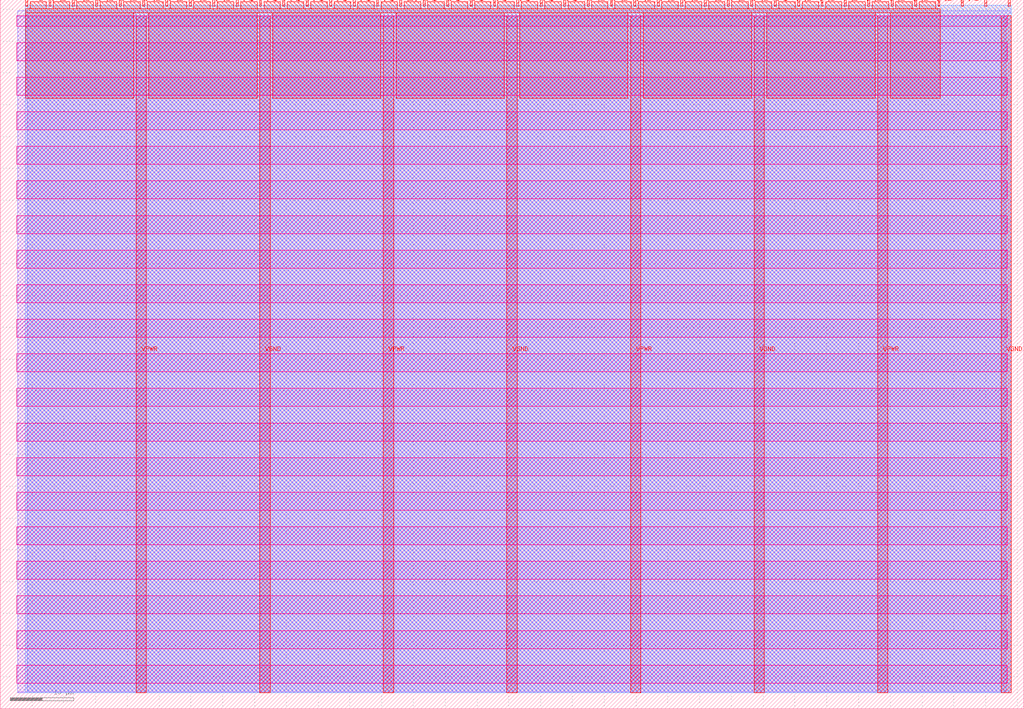
<source format=lef>
VERSION 5.7 ;
  NOWIREEXTENSIONATPIN ON ;
  DIVIDERCHAR "/" ;
  BUSBITCHARS "[]" ;
MACRO tt_um_dgkaminski
  CLASS BLOCK ;
  FOREIGN tt_um_dgkaminski ;
  ORIGIN 0.000 0.000 ;
  SIZE 161.000 BY 111.520 ;
  PIN VGND
    DIRECTION INOUT ;
    USE GROUND ;
    PORT
      LAYER met4 ;
        RECT 40.830 2.480 42.430 109.040 ;
    END
    PORT
      LAYER met4 ;
        RECT 79.700 2.480 81.300 109.040 ;
    END
    PORT
      LAYER met4 ;
        RECT 118.570 2.480 120.170 109.040 ;
    END
    PORT
      LAYER met4 ;
        RECT 157.440 2.480 159.040 109.040 ;
    END
  END VGND
  PIN VPWR
    DIRECTION INOUT ;
    USE POWER ;
    PORT
      LAYER met4 ;
        RECT 21.395 2.480 22.995 109.040 ;
    END
    PORT
      LAYER met4 ;
        RECT 60.265 2.480 61.865 109.040 ;
    END
    PORT
      LAYER met4 ;
        RECT 99.135 2.480 100.735 109.040 ;
    END
    PORT
      LAYER met4 ;
        RECT 138.005 2.480 139.605 109.040 ;
    END
  END VPWR
  PIN clk
    DIRECTION INPUT ;
    USE SIGNAL ;
    PORT
      LAYER met4 ;
        RECT 154.870 110.520 155.170 111.520 ;
    END
  END clk
  PIN ena
    DIRECTION INPUT ;
    USE SIGNAL ;
    PORT
      LAYER met4 ;
        RECT 158.550 110.520 158.850 111.520 ;
    END
  END ena
  PIN rst_n
    DIRECTION INPUT ;
    USE SIGNAL ;
    PORT
      LAYER met4 ;
        RECT 151.190 110.520 151.490 111.520 ;
    END
  END rst_n
  PIN ui_in[0]
    DIRECTION INPUT ;
    USE SIGNAL ;
    ANTENNAGATEAREA 0.196500 ;
    PORT
      LAYER met4 ;
        RECT 147.510 110.520 147.810 111.520 ;
    END
  END ui_in[0]
  PIN ui_in[1]
    DIRECTION INPUT ;
    USE SIGNAL ;
    ANTENNAGATEAREA 0.196500 ;
    PORT
      LAYER met4 ;
        RECT 143.830 110.520 144.130 111.520 ;
    END
  END ui_in[1]
  PIN ui_in[2]
    DIRECTION INPUT ;
    USE SIGNAL ;
    ANTENNAGATEAREA 0.196500 ;
    PORT
      LAYER met4 ;
        RECT 140.150 110.520 140.450 111.520 ;
    END
  END ui_in[2]
  PIN ui_in[3]
    DIRECTION INPUT ;
    USE SIGNAL ;
    ANTENNAGATEAREA 0.196500 ;
    PORT
      LAYER met4 ;
        RECT 136.470 110.520 136.770 111.520 ;
    END
  END ui_in[3]
  PIN ui_in[4]
    DIRECTION INPUT ;
    USE SIGNAL ;
    ANTENNAGATEAREA 0.196500 ;
    PORT
      LAYER met4 ;
        RECT 132.790 110.520 133.090 111.520 ;
    END
  END ui_in[4]
  PIN ui_in[5]
    DIRECTION INPUT ;
    USE SIGNAL ;
    ANTENNAGATEAREA 0.196500 ;
    PORT
      LAYER met4 ;
        RECT 129.110 110.520 129.410 111.520 ;
    END
  END ui_in[5]
  PIN ui_in[6]
    DIRECTION INPUT ;
    USE SIGNAL ;
    ANTENNAGATEAREA 0.196500 ;
    PORT
      LAYER met4 ;
        RECT 125.430 110.520 125.730 111.520 ;
    END
  END ui_in[6]
  PIN ui_in[7]
    DIRECTION INPUT ;
    USE SIGNAL ;
    ANTENNAGATEAREA 0.126000 ;
    PORT
      LAYER met4 ;
        RECT 121.750 110.520 122.050 111.520 ;
    END
  END ui_in[7]
  PIN uio_in[0]
    DIRECTION INPUT ;
    USE SIGNAL ;
    ANTENNAGATEAREA 0.126000 ;
    ANTENNADIFFAREA 0.434700 ;
    PORT
      LAYER met4 ;
        RECT 118.070 110.520 118.370 111.520 ;
    END
  END uio_in[0]
  PIN uio_in[1]
    DIRECTION INPUT ;
    USE SIGNAL ;
    ANTENNAGATEAREA 0.126000 ;
    PORT
      LAYER met4 ;
        RECT 114.390 110.520 114.690 111.520 ;
    END
  END uio_in[1]
  PIN uio_in[2]
    DIRECTION INPUT ;
    USE SIGNAL ;
    ANTENNAGATEAREA 0.213000 ;
    PORT
      LAYER met4 ;
        RECT 110.710 110.520 111.010 111.520 ;
    END
  END uio_in[2]
  PIN uio_in[3]
    DIRECTION INPUT ;
    USE SIGNAL ;
    PORT
      LAYER met4 ;
        RECT 107.030 110.520 107.330 111.520 ;
    END
  END uio_in[3]
  PIN uio_in[4]
    DIRECTION INPUT ;
    USE SIGNAL ;
    PORT
      LAYER met4 ;
        RECT 103.350 110.520 103.650 111.520 ;
    END
  END uio_in[4]
  PIN uio_in[5]
    DIRECTION INPUT ;
    USE SIGNAL ;
    PORT
      LAYER met4 ;
        RECT 99.670 110.520 99.970 111.520 ;
    END
  END uio_in[5]
  PIN uio_in[6]
    DIRECTION INPUT ;
    USE SIGNAL ;
    PORT
      LAYER met4 ;
        RECT 95.990 110.520 96.290 111.520 ;
    END
  END uio_in[6]
  PIN uio_in[7]
    DIRECTION INPUT ;
    USE SIGNAL ;
    PORT
      LAYER met4 ;
        RECT 92.310 110.520 92.610 111.520 ;
    END
  END uio_in[7]
  PIN uio_oe[0]
    DIRECTION OUTPUT TRISTATE ;
    USE SIGNAL ;
    PORT
      LAYER met4 ;
        RECT 29.750 110.520 30.050 111.520 ;
    END
  END uio_oe[0]
  PIN uio_oe[1]
    DIRECTION OUTPUT TRISTATE ;
    USE SIGNAL ;
    PORT
      LAYER met4 ;
        RECT 26.070 110.520 26.370 111.520 ;
    END
  END uio_oe[1]
  PIN uio_oe[2]
    DIRECTION OUTPUT TRISTATE ;
    USE SIGNAL ;
    PORT
      LAYER met4 ;
        RECT 22.390 110.520 22.690 111.520 ;
    END
  END uio_oe[2]
  PIN uio_oe[3]
    DIRECTION OUTPUT TRISTATE ;
    USE SIGNAL ;
    PORT
      LAYER met4 ;
        RECT 18.710 110.520 19.010 111.520 ;
    END
  END uio_oe[3]
  PIN uio_oe[4]
    DIRECTION OUTPUT TRISTATE ;
    USE SIGNAL ;
    PORT
      LAYER met4 ;
        RECT 15.030 110.520 15.330 111.520 ;
    END
  END uio_oe[4]
  PIN uio_oe[5]
    DIRECTION OUTPUT TRISTATE ;
    USE SIGNAL ;
    PORT
      LAYER met4 ;
        RECT 11.350 110.520 11.650 111.520 ;
    END
  END uio_oe[5]
  PIN uio_oe[6]
    DIRECTION OUTPUT TRISTATE ;
    USE SIGNAL ;
    PORT
      LAYER met4 ;
        RECT 7.670 110.520 7.970 111.520 ;
    END
  END uio_oe[6]
  PIN uio_oe[7]
    DIRECTION OUTPUT TRISTATE ;
    USE SIGNAL ;
    PORT
      LAYER met4 ;
        RECT 3.990 110.520 4.290 111.520 ;
    END
  END uio_oe[7]
  PIN uio_out[0]
    DIRECTION OUTPUT TRISTATE ;
    USE SIGNAL ;
    PORT
      LAYER met4 ;
        RECT 59.190 110.520 59.490 111.520 ;
    END
  END uio_out[0]
  PIN uio_out[1]
    DIRECTION OUTPUT TRISTATE ;
    USE SIGNAL ;
    PORT
      LAYER met4 ;
        RECT 55.510 110.520 55.810 111.520 ;
    END
  END uio_out[1]
  PIN uio_out[2]
    DIRECTION OUTPUT TRISTATE ;
    USE SIGNAL ;
    PORT
      LAYER met4 ;
        RECT 51.830 110.520 52.130 111.520 ;
    END
  END uio_out[2]
  PIN uio_out[3]
    DIRECTION OUTPUT TRISTATE ;
    USE SIGNAL ;
    PORT
      LAYER met4 ;
        RECT 48.150 110.520 48.450 111.520 ;
    END
  END uio_out[3]
  PIN uio_out[4]
    DIRECTION OUTPUT TRISTATE ;
    USE SIGNAL ;
    PORT
      LAYER met4 ;
        RECT 44.470 110.520 44.770 111.520 ;
    END
  END uio_out[4]
  PIN uio_out[5]
    DIRECTION OUTPUT TRISTATE ;
    USE SIGNAL ;
    PORT
      LAYER met4 ;
        RECT 40.790 110.520 41.090 111.520 ;
    END
  END uio_out[5]
  PIN uio_out[6]
    DIRECTION OUTPUT TRISTATE ;
    USE SIGNAL ;
    PORT
      LAYER met4 ;
        RECT 37.110 110.520 37.410 111.520 ;
    END
  END uio_out[6]
  PIN uio_out[7]
    DIRECTION OUTPUT TRISTATE ;
    USE SIGNAL ;
    PORT
      LAYER met4 ;
        RECT 33.430 110.520 33.730 111.520 ;
    END
  END uio_out[7]
  PIN uo_out[0]
    DIRECTION OUTPUT TRISTATE ;
    USE SIGNAL ;
    ANTENNADIFFAREA 0.795200 ;
    PORT
      LAYER met4 ;
        RECT 88.630 110.520 88.930 111.520 ;
    END
  END uo_out[0]
  PIN uo_out[1]
    DIRECTION OUTPUT TRISTATE ;
    USE SIGNAL ;
    ANTENNADIFFAREA 0.445500 ;
    PORT
      LAYER met4 ;
        RECT 84.950 110.520 85.250 111.520 ;
    END
  END uo_out[1]
  PIN uo_out[2]
    DIRECTION OUTPUT TRISTATE ;
    USE SIGNAL ;
    ANTENNADIFFAREA 0.795200 ;
    PORT
      LAYER met4 ;
        RECT 81.270 110.520 81.570 111.520 ;
    END
  END uo_out[2]
  PIN uo_out[3]
    DIRECTION OUTPUT TRISTATE ;
    USE SIGNAL ;
    ANTENNADIFFAREA 0.445500 ;
    PORT
      LAYER met4 ;
        RECT 77.590 110.520 77.890 111.520 ;
    END
  END uo_out[3]
  PIN uo_out[4]
    DIRECTION OUTPUT TRISTATE ;
    USE SIGNAL ;
    ANTENNAGATEAREA 0.247500 ;
    ANTENNADIFFAREA 0.891000 ;
    PORT
      LAYER met4 ;
        RECT 73.910 110.520 74.210 111.520 ;
    END
  END uo_out[4]
  PIN uo_out[5]
    DIRECTION OUTPUT TRISTATE ;
    USE SIGNAL ;
    ANTENNAGATEAREA 0.247500 ;
    ANTENNADIFFAREA 0.795200 ;
    PORT
      LAYER met4 ;
        RECT 70.230 110.520 70.530 111.520 ;
    END
  END uo_out[5]
  PIN uo_out[6]
    DIRECTION OUTPUT TRISTATE ;
    USE SIGNAL ;
    ANTENNAGATEAREA 0.247500 ;
    ANTENNADIFFAREA 1.484000 ;
    PORT
      LAYER met4 ;
        RECT 66.550 110.520 66.850 111.520 ;
    END
  END uo_out[6]
  PIN uo_out[7]
    DIRECTION OUTPUT TRISTATE ;
    USE SIGNAL ;
    ANTENNADIFFAREA 0.445500 ;
    PORT
      LAYER met4 ;
        RECT 62.870 110.520 63.170 111.520 ;
    END
  END uo_out[7]
  OBS
      LAYER nwell ;
        RECT 2.570 107.385 158.430 108.990 ;
        RECT 2.570 101.945 158.430 104.775 ;
        RECT 2.570 96.505 158.430 99.335 ;
        RECT 2.570 91.065 158.430 93.895 ;
        RECT 2.570 85.625 158.430 88.455 ;
        RECT 2.570 80.185 158.430 83.015 ;
        RECT 2.570 74.745 158.430 77.575 ;
        RECT 2.570 69.305 158.430 72.135 ;
        RECT 2.570 63.865 158.430 66.695 ;
        RECT 2.570 58.425 158.430 61.255 ;
        RECT 2.570 52.985 158.430 55.815 ;
        RECT 2.570 47.545 158.430 50.375 ;
        RECT 2.570 42.105 158.430 44.935 ;
        RECT 2.570 36.665 158.430 39.495 ;
        RECT 2.570 31.225 158.430 34.055 ;
        RECT 2.570 25.785 158.430 28.615 ;
        RECT 2.570 20.345 158.430 23.175 ;
        RECT 2.570 14.905 158.430 17.735 ;
        RECT 2.570 9.465 158.430 12.295 ;
        RECT 2.570 4.025 158.430 6.855 ;
      LAYER li1 ;
        RECT 2.760 2.635 158.240 108.885 ;
      LAYER met1 ;
        RECT 2.760 2.480 159.040 109.780 ;
      LAYER met2 ;
        RECT 4.230 2.535 159.010 110.685 ;
      LAYER met3 ;
        RECT 3.950 2.555 159.030 110.665 ;
      LAYER met4 ;
        RECT 4.690 110.120 7.270 111.170 ;
        RECT 8.370 110.120 10.950 111.170 ;
        RECT 12.050 110.120 14.630 111.170 ;
        RECT 15.730 110.120 18.310 111.170 ;
        RECT 19.410 110.120 21.990 111.170 ;
        RECT 23.090 110.120 25.670 111.170 ;
        RECT 26.770 110.120 29.350 111.170 ;
        RECT 30.450 110.120 33.030 111.170 ;
        RECT 34.130 110.120 36.710 111.170 ;
        RECT 37.810 110.120 40.390 111.170 ;
        RECT 41.490 110.120 44.070 111.170 ;
        RECT 45.170 110.120 47.750 111.170 ;
        RECT 48.850 110.120 51.430 111.170 ;
        RECT 52.530 110.120 55.110 111.170 ;
        RECT 56.210 110.120 58.790 111.170 ;
        RECT 59.890 110.120 62.470 111.170 ;
        RECT 63.570 110.120 66.150 111.170 ;
        RECT 67.250 110.120 69.830 111.170 ;
        RECT 70.930 110.120 73.510 111.170 ;
        RECT 74.610 110.120 77.190 111.170 ;
        RECT 78.290 110.120 80.870 111.170 ;
        RECT 81.970 110.120 84.550 111.170 ;
        RECT 85.650 110.120 88.230 111.170 ;
        RECT 89.330 110.120 91.910 111.170 ;
        RECT 93.010 110.120 95.590 111.170 ;
        RECT 96.690 110.120 99.270 111.170 ;
        RECT 100.370 110.120 102.950 111.170 ;
        RECT 104.050 110.120 106.630 111.170 ;
        RECT 107.730 110.120 110.310 111.170 ;
        RECT 111.410 110.120 113.990 111.170 ;
        RECT 115.090 110.120 117.670 111.170 ;
        RECT 118.770 110.120 121.350 111.170 ;
        RECT 122.450 110.120 125.030 111.170 ;
        RECT 126.130 110.120 128.710 111.170 ;
        RECT 129.810 110.120 132.390 111.170 ;
        RECT 133.490 110.120 136.070 111.170 ;
        RECT 137.170 110.120 139.750 111.170 ;
        RECT 140.850 110.120 143.430 111.170 ;
        RECT 144.530 110.120 147.110 111.170 ;
        RECT 3.975 109.440 147.825 110.120 ;
        RECT 3.975 96.055 20.995 109.440 ;
        RECT 23.395 96.055 40.430 109.440 ;
        RECT 42.830 96.055 59.865 109.440 ;
        RECT 62.265 96.055 79.300 109.440 ;
        RECT 81.700 96.055 98.735 109.440 ;
        RECT 101.135 96.055 118.170 109.440 ;
        RECT 120.570 96.055 137.605 109.440 ;
        RECT 140.005 96.055 147.825 109.440 ;
  END
END tt_um_dgkaminski
END LIBRARY


</source>
